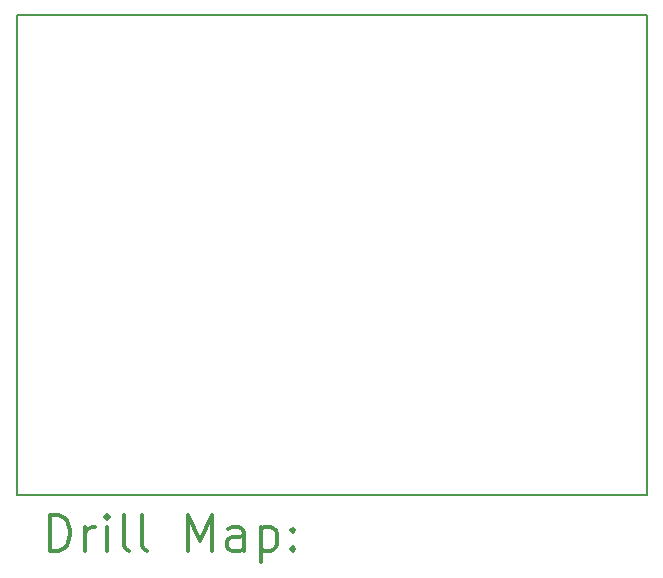
<source format=gbr>
%FSLAX45Y45*%
G04 Gerber Fmt 4.5, Leading zero omitted, Abs format (unit mm)*
G04 Created by KiCad (PCBNEW (5.0.0)) date 10/15/18 15:54:26*
%MOMM*%
%LPD*%
G01*
G04 APERTURE LIST*
%ADD10C,0.150000*%
%ADD11C,0.200000*%
%ADD12C,0.300000*%
G04 APERTURE END LIST*
D10*
X16510000Y-8128000D02*
X11176000Y-8128000D01*
X16510000Y-12192000D02*
X16510000Y-8128000D01*
X11176000Y-12192000D02*
X16510000Y-12192000D01*
X11176000Y-8128000D02*
X11176000Y-12192000D01*
D11*
D12*
X11454928Y-12665214D02*
X11454928Y-12365214D01*
X11526357Y-12365214D01*
X11569214Y-12379500D01*
X11597786Y-12408071D01*
X11612071Y-12436643D01*
X11626357Y-12493786D01*
X11626357Y-12536643D01*
X11612071Y-12593786D01*
X11597786Y-12622357D01*
X11569214Y-12650929D01*
X11526357Y-12665214D01*
X11454928Y-12665214D01*
X11754928Y-12665214D02*
X11754928Y-12465214D01*
X11754928Y-12522357D02*
X11769214Y-12493786D01*
X11783500Y-12479500D01*
X11812071Y-12465214D01*
X11840643Y-12465214D01*
X11940643Y-12665214D02*
X11940643Y-12465214D01*
X11940643Y-12365214D02*
X11926357Y-12379500D01*
X11940643Y-12393786D01*
X11954928Y-12379500D01*
X11940643Y-12365214D01*
X11940643Y-12393786D01*
X12126357Y-12665214D02*
X12097786Y-12650929D01*
X12083500Y-12622357D01*
X12083500Y-12365214D01*
X12283500Y-12665214D02*
X12254928Y-12650929D01*
X12240643Y-12622357D01*
X12240643Y-12365214D01*
X12626357Y-12665214D02*
X12626357Y-12365214D01*
X12726357Y-12579500D01*
X12826357Y-12365214D01*
X12826357Y-12665214D01*
X13097786Y-12665214D02*
X13097786Y-12508071D01*
X13083500Y-12479500D01*
X13054928Y-12465214D01*
X12997786Y-12465214D01*
X12969214Y-12479500D01*
X13097786Y-12650929D02*
X13069214Y-12665214D01*
X12997786Y-12665214D01*
X12969214Y-12650929D01*
X12954928Y-12622357D01*
X12954928Y-12593786D01*
X12969214Y-12565214D01*
X12997786Y-12550929D01*
X13069214Y-12550929D01*
X13097786Y-12536643D01*
X13240643Y-12465214D02*
X13240643Y-12765214D01*
X13240643Y-12479500D02*
X13269214Y-12465214D01*
X13326357Y-12465214D01*
X13354928Y-12479500D01*
X13369214Y-12493786D01*
X13383500Y-12522357D01*
X13383500Y-12608071D01*
X13369214Y-12636643D01*
X13354928Y-12650929D01*
X13326357Y-12665214D01*
X13269214Y-12665214D01*
X13240643Y-12650929D01*
X13512071Y-12636643D02*
X13526357Y-12650929D01*
X13512071Y-12665214D01*
X13497786Y-12650929D01*
X13512071Y-12636643D01*
X13512071Y-12665214D01*
X13512071Y-12479500D02*
X13526357Y-12493786D01*
X13512071Y-12508071D01*
X13497786Y-12493786D01*
X13512071Y-12479500D01*
X13512071Y-12508071D01*
M02*

</source>
